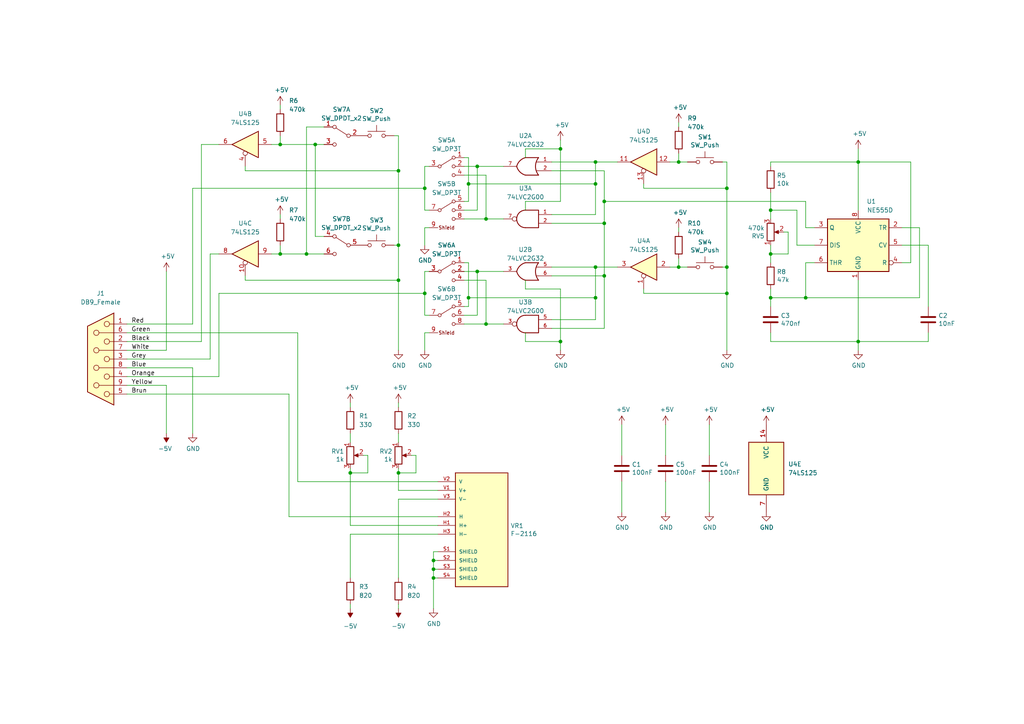
<source format=kicad_sch>
(kicad_sch (version 20211123) (generator eeschema)
  (paper "A4")
  (title_block (title "Vectrex Pad miniNeoGeo") (date "2022-05-11") (rev "1.2") (comment 1 "or send a letter to Creative Commons, PO Box 1866, Mountain View, CA 94042, USA.") (comment 2 "To view a copy of this license, visit http://creativecommons.org/licenses/by-sa/4.0/") (comment 3 "Attribution-ShareAlike 4.0 International License.") (comment 4 "This work is licensed under the Creative Commons"))
  (lib_symbols
    (symbol "74LVC2G32_1" (pin_names (offset 1.016))
      (property "Reference" "U" (at -2.54 3.81 0))
      (property "Value" "74LVC2G32_1" (at 0 -3.81 0))
      (symbol "74LVC2G32_1_0_1"
        (arc (start -3.81 -2.54) (mid -2.919 0) (end -3.81 2.54) (stroke (width 0.254)))
        (arc (start 0 -2.54) (mid 1.5993 -1.6027) (end 2.54 0) (stroke (width 0.254)))
        (polyline (pts (xy -3.81 -1.27) (xy -3.175 -1.27)))
        (polyline (pts (xy -3.81 1.27) (xy -3.175 1.27)))
        (polyline (pts (xy 0 -2.54) (xy -3.81 -2.54)) (stroke (width 0.254)) (fill (type background)))
        (polyline (pts (xy 0 2.54) (xy -3.81 2.54)) (stroke (width 0.254)) (fill (type background)))
        (arc (start 2.54 0) (mid 1.6119 1.6152) (end 0 2.54) (stroke (width 0.254)))
        (pin power_in line (at 0 -2.54 270) (length 0) hide (name "GND") (number "4"))
        (pin power_in line (at 0 2.54 90) (length 0) hide (name "VCC") (number "8"))
      )
      (symbol "74LVC2G32_1_1_1"
        (pin input line (at -7.62 1.27 0) (length 3.81) (name "~") (number "1"))
        (pin input line (at -7.62 -1.27 0) (length 3.81) (name "~") (number "2"))
        (pin output line (at 6.35 0 180) (length 3.81) (name "~") (number "7"))
      )
      (symbol "74LVC2G32_1_2_1"
        (pin output line (at 6.35 0 180) (length 3.81) (name "~") (number "3"))
        (pin input line (at -7.62 1.27 0) (length 3.81) (name "~") (number "5"))
        (pin input line (at -7.62 -1.27 0) (length 3.81) (name "~") (number "6"))
      )
    )
    (symbol "74LVC2G32_2" (pin_names (offset 1.016))
      (property "Reference" "U" (at -2.54 3.81 0))
      (property "Value" "74LVC2G32_2" (at 0 -3.81 0))
      (symbol "74LVC2G32_2_0_1"
        (arc (start -3.81 -2.54) (mid -2.919 0) (end -3.81 2.54) (stroke (width 0.254)))
        (arc (start 0 -2.54) (mid 1.5993 -1.6027) (end 2.54 0) (stroke (width 0.254)))
        (polyline (pts (xy -3.81 -1.27) (xy -3.175 -1.27)))
        (polyline (pts (xy -3.81 1.27) (xy -3.175 1.27)))
        (polyline (pts (xy 0 -2.54) (xy -3.81 -2.54)) (stroke (width 0.254)) (fill (type background)))
        (polyline (pts (xy 0 2.54) (xy -3.81 2.54)) (stroke (width 0.254)) (fill (type background)))
        (arc (start 2.54 0) (mid 1.6119 1.6152) (end 0 2.54) (stroke (width 0.254)))
        (pin power_in line (at 0 -2.54 270) (length 0) hide (name "GND") (number "4"))
        (pin power_in line (at 0 2.54 90) (length 0) hide (name "VCC") (number "8"))
      )
      (symbol "74LVC2G32_2_1_1"
        (pin input line (at -7.62 1.27 0) (length 3.81) (name "~") (number "1"))
        (pin input line (at -7.62 -1.27 0) (length 3.81) (name "~") (number "2"))
        (pin output line (at 6.35 0 180) (length 3.81) (name "~") (number "7"))
      )
      (symbol "74LVC2G32_2_2_1"
        (pin output line (at 6.35 0 180) (length 3.81) (name "~") (number "3"))
        (pin input line (at -7.62 1.27 0) (length 3.81) (name "~") (number "5"))
        (pin input line (at -7.62 -1.27 0) (length 3.81) (name "~") (number "6"))
      )
    )
    (symbol "74xGxx:74LVC2G00" (pin_names (offset 1.016))
      (property "Reference" "U" (at -2.54 3.81 0))
      (property "Value" "74LVC2G00" (at 0 -3.81 0))
      (symbol "74LVC2G00_0_1"
        (arc (start 0 -2.54) (mid 2.54 0) (end 0 2.54) (stroke (width 0.254)))
        (polyline (pts (xy 0 -2.54) (xy -3.81 -2.54) (xy -3.81 2.54) (xy 0 2.54)) (stroke (width 0.254)))
        (pin power_in line (at 0 -2.54 270) (length 0) hide (name "GND") (number "4"))
        (pin power_in line (at 0 2.54 90) (length 0) hide (name "VCC") (number "8"))
      )
      (symbol "74LVC2G00_1_1"
        (pin input line (at -7.62 1.27 0) (length 3.81) (name "~") (number "1"))
        (pin input line (at -7.62 -1.27 0) (length 3.81) (name "~") (number "2"))
        (pin output inverted (at 6.35 0 180) (length 3.81) (name "~") (number "7"))
      )
      (symbol "74LVC2G00_2_1"
        (pin output inverted (at 6.35 0 180) (length 3.81) (name "~") (number "3"))
        (pin input line (at -7.62 1.27 0) (length 3.81) (name "~") (number "5"))
        (pin input line (at -7.62 -1.27 0) (length 3.81) (name "~") (number "6"))
      )
    )
    (symbol "74xx:74LS125" (pin_names (offset 1.016))
      (property "Reference" "U" (at 0 1.27 0))
      (property "Value" "74LS125" (at 0 -1.27 0))
      (symbol "74LS125_1_0"
        (polyline (pts (xy -3.81 3.81) (xy -3.81 -3.81) (xy 3.81 0) (xy -3.81 3.81)) (stroke (width 0.254)) (fill (type background)))
        (pin input inverted (at 0 -6.35 90) (length 4.445) (name "~") (number "1"))
        (pin input line (at -7.62 0 0) (length 3.81) (name "~") (number "2"))
        (pin tri_state line (at 7.62 0 180) (length 3.81) (name "~") (number "3"))
      )
      (symbol "74LS125_2_0"
        (polyline (pts (xy -3.81 3.81) (xy -3.81 -3.81) (xy 3.81 0) (xy -3.81 3.81)) (stroke (width 0.254)) (fill (type background)))
        (pin input inverted (at 0 -6.35 90) (length 4.445) (name "~") (number "4"))
        (pin input line (at -7.62 0 0) (length 3.81) (name "~") (number "5"))
        (pin tri_state line (at 7.62 0 180) (length 3.81) (name "~") (number "6"))
      )
      (symbol "74LS125_3_0"
        (polyline (pts (xy -3.81 3.81) (xy -3.81 -3.81) (xy 3.81 0) (xy -3.81 3.81)) (stroke (width 0.254)) (fill (type background)))
        (pin input inverted (at 0 -6.35 90) (length 4.445) (name "~") (number "10"))
        (pin tri_state line (at 7.62 0 180) (length 3.81) (name "~") (number "8"))
        (pin input line (at -7.62 0 0) (length 3.81) (name "~") (number "9"))
      )
      (symbol "74LS125_4_0"
        (polyline (pts (xy -3.81 3.81) (xy -3.81 -3.81) (xy 3.81 0) (xy -3.81 3.81)) (stroke (width 0.254)) (fill (type background)))
        (pin tri_state line (at 7.62 0 180) (length 3.81) (name "~") (number "11"))
        (pin input line (at -7.62 0 0) (length 3.81) (name "~") (number "12"))
        (pin input inverted (at 0 -6.35 90) (length 4.445) (name "~") (number "13"))
      )
      (symbol "74LS125_5_0"
        (pin power_in line (at 0 12.7 270) (length 5.08) (name "VCC") (number "14"))
        (pin power_in line (at 0 -12.7 90) (length 5.08) (name "GND") (number "7"))
      )
      (symbol "74LS125_5_1"
        (rectangle (start -5.08 7.62) (end 5.08 -7.62) (stroke (width 0.254)) (fill (type background)))
      )
    )
    (symbol "Connector:DB9_Female" (pin_names (offset 1.016) hide)
      (property "Reference" "J" (at 0 13.97 0))
      (property "Value" "DB9_Female" (at 0 -14.605 0))
      (symbol "DB9_Female_0_1"
        (circle (center -1.778 -10.16) (radius 0.762))
        (circle (center -1.778 -5.08) (radius 0.762))
        (circle (center -1.778 0) (radius 0.762))
        (circle (center -1.778 5.08) (radius 0.762))
        (circle (center -1.778 10.16) (radius 0.762))
        (polyline (pts (xy -3.81 -10.16) (xy -2.54 -10.16)))
        (polyline (pts (xy -3.81 -7.62) (xy 0.508 -7.62)))
        (polyline (pts (xy -3.81 -5.08) (xy -2.54 -5.08)))
        (polyline (pts (xy -3.81 -2.54) (xy 0.508 -2.54)))
        (polyline (pts (xy -3.81 0) (xy -2.54 0)))
        (polyline (pts (xy -3.81 2.54) (xy 0.508 2.54)))
        (polyline (pts (xy -3.81 5.08) (xy -2.54 5.08)))
        (polyline (pts (xy -3.81 7.62) (xy 0.508 7.62)))
        (polyline (pts (xy -3.81 10.16) (xy -2.54 10.16)))
        (polyline (pts (xy -3.81 13.335) (xy -3.81 -13.335) (xy 3.81 -9.525) (xy 3.81 9.525) (xy -3.81 13.335)) (stroke (width 0.254)) (fill (type background)))
        (circle (center 1.27 -7.62) (radius 0.762))
        (circle (center 1.27 -2.54) (radius 0.762))
        (circle (center 1.27 2.54) (radius 0.762))
        (circle (center 1.27 7.62) (radius 0.762))
      )
      (symbol "DB9_Female_1_1"
        (pin passive line (at -7.62 10.16 0) (length 3.81) (name "1") (number "1"))
        (pin passive line (at -7.62 5.08 0) (length 3.81) (name "2") (number "2"))
        (pin passive line (at -7.62 0 0) (length 3.81) (name "3") (number "3"))
        (pin passive line (at -7.62 -5.08 0) (length 3.81) (name "4") (number "4"))
        (pin passive line (at -7.62 -10.16 0) (length 3.81) (name "5") (number "5"))
        (pin passive line (at -7.62 7.62 0) (length 3.81) (name "6") (number "6"))
        (pin passive line (at -7.62 2.54 0) (length 3.81) (name "7") (number "7"))
        (pin passive line (at -7.62 -2.54 0) (length 3.81) (name "8") (number "8"))
        (pin passive line (at -7.62 -7.62 0) (length 3.81) (name "9") (number "9"))
      )
    )
    (symbol "Device:C" (pin_numbers hide) (pin_names (offset 0.254))
      (property "Reference" "C" (at 0.635 2.54 0))
      (property "Value" "C" (at 0.635 -2.54 0))
      (symbol "C_0_1"
        (polyline (pts (xy -2.032 -0.762) (xy 2.032 -0.762)) (stroke (width 0.508)))
        (polyline (pts (xy -2.032 0.762) (xy 2.032 0.762)) (stroke (width 0.508)))
      )
      (symbol "C_1_1"
        (pin passive line (at 0 3.81 270) (length 2.794) (name "~") (number "1"))
        (pin passive line (at 0 -3.81 90) (length 2.794) (name "~") (number "2"))
      )
    )
    (symbol "Device:R" (pin_numbers hide) (pin_names (offset 0))
      (property "Reference" "R" (at 2.032 0 90))
      (property "Value" "R" (at 0 0 90))
      (symbol "R_0_1"
        (rectangle (start -1.016 -2.54) (end 1.016 2.54) (stroke (width 0.254)))
      )
      (symbol "R_1_1"
        (pin passive line (at 0 3.81 270) (length 1.27) (name "~") (number "1"))
        (pin passive line (at 0 -3.81 90) (length 1.27) (name "~") (number "2"))
      )
    )
    (symbol "Device:R_POT" (pin_names (offset 1.016) hide)
      (property "Reference" "RV" (at -4.445 0 90))
      (property "Value" "Device_R_POT" (at -2.54 0 90))
      (symbol "R_POT_0_1"
        (polyline (pts (xy 2.54 0) (xy 1.524 0)))
        (polyline (pts (xy 1.143 0) (xy 2.286 0.508) (xy 2.286 -0.508) (xy 1.143 0)) (fill (type outline)))
        (rectangle (start 1.016 2.54) (end -1.016 -2.54) (stroke (width 0.254)))
      )
      (symbol "R_POT_1_1"
        (pin passive line (at 0 3.81 270) (length 1.27) (name "1") (number "1"))
        (pin passive line (at 3.81 0 180) (length 1.27) (name "2") (number "2"))
        (pin passive line (at 0 -3.81 90) (length 1.27) (name "3") (number "3"))
      )
    )
    (symbol "OS203011MS1QP1_1" (pin_names (offset 0) hide)
      (property "Reference" "SW6" (at 0 7.62 0))
      (property "Value" "OS203011MS1QP1_1" (at 0 5.08 0))
      (symbol "OS203011MS1QP1_1_0_1"
        (circle (center -2.032 0) (radius 0.4572))
        (polyline (pts (xy -1.651 0.254) (xy 1.651 2.286)))
        (circle (center 2.032 -2.54) (radius 0.4572))
        (circle (center 2.032 0) (radius 0.4572))
        (circle (center 2.032 2.54) (radius 0.4572))
      )
      (symbol "OS203011MS1QP1_1_1_1"
        (pin passive line (at 5.08 2.54 180) (length 2.54) (name "1") (number "1"))
        (pin passive line (at 5.08 0 180) (length 2.54) (name "2") (number "2"))
        (pin passive line (at -5.08 0 0) (length 2.54) (name "3") (number "3"))
        (pin passive line (at 5.08 -2.54 180) (length 2.54) (name "4") (number "4"))
      )
      (symbol "OS203011MS1QP1_1_2_0"
        (text "Shield" (at 0 -5.08 0) (effects (font (size 1 1))))
      )
      (symbol "OS203011MS1QP1_1_2_1"
        (pin passive line (at 5.08 2.54 180) (length 2.54) (name "5") (number "5"))
        (pin passive line (at 5.08 0 180) (length 2.54) (name "6") (number "6"))
        (pin passive line (at -5.08 0 0) (length 2.54) (name "7") (number "7"))
        (pin passive line (at 5.08 -2.54 180) (length 2.54) (name "8") (number "8"))
        (pin passive line (at -5.08 -5.08 0) (length 2.54) (name "Shield") (number "9"))
      )
    )
    (symbol "OS203011MS1QP1_2" (pin_names (offset 0) hide)
      (property "Reference" "SW6" (at 0 7.62 0))
      (property "Value" "OS203011MS1QP1_2" (at 0 5.08 0))
      (symbol "OS203011MS1QP1_2_0_1"
        (circle (center -2.032 0) (radius 0.4572))
        (polyline (pts (xy -1.651 0.254) (xy 1.651 2.286)))
        (circle (center 2.032 -2.54) (radius 0.4572))
        (circle (center 2.032 0) (radius 0.4572))
        (circle (center 2.032 2.54) (radius 0.4572))
      )
      (symbol "OS203011MS1QP1_2_1_1"
        (pin passive line (at 5.08 2.54 180) (length 2.54) (name "1") (number "1"))
        (pin passive line (at 5.08 0 180) (length 2.54) (name "2") (number "2"))
        (pin passive line (at -5.08 0 0) (length 2.54) (name "3") (number "3"))
        (pin passive line (at 5.08 -2.54 180) (length 2.54) (name "4") (number "4"))
      )
      (symbol "OS203011MS1QP1_2_2_0"
        (text "Shield" (at 0 -5.08 0) (effects (font (size 1 1))))
      )
      (symbol "OS203011MS1QP1_2_2_1"
        (pin passive line (at 5.08 2.54 180) (length 2.54) (name "5") (number "5"))
        (pin passive line (at 5.08 0 180) (length 2.54) (name "6") (number "6"))
        (pin passive line (at -5.08 0 0) (length 2.54) (name "7") (number "7"))
        (pin passive line (at 5.08 -2.54 180) (length 2.54) (name "8") (number "8"))
        (pin passive line (at -5.08 -5.08 0) (length 2.54) (name "Shield") (number "9"))
      )
    )
    (symbol "OS203011MS1QP1_3" (pin_names (offset 0) hide)
      (property "Reference" "SW6" (at 0 7.62 0))
      (property "Value" "OS203011MS1QP1_3" (at 0 5.08 0))
      (symbol "OS203011MS1QP1_3_0_1"
        (circle (center -2.032 0) (radius 0.4572))
        (polyline (pts (xy -1.651 0.254) (xy 1.651 2.286)))
        (circle (center 2.032 -2.54) (radius 0.4572))
        (circle (center 2.032 0) (radius 0.4572))
        (circle (center 2.032 2.54) (radius 0.4572))
      )
      (symbol "OS203011MS1QP1_3_1_1"
        (pin passive line (at 5.08 2.54 180) (length 2.54) (name "1") (number "1"))
        (pin passive line (at 5.08 0 180) (length 2.54) (name "2") (number "2"))
        (pin passive line (at -5.08 0 0) (length 2.54) (name "3") (number "3"))
        (pin passive line (at 5.08 -2.54 180) (length 2.54) (name "4") (number "4"))
      )
      (symbol "OS203011MS1QP1_3_2_0"
        (text "Shield" (at 0 -5.08 0) (effects (font (size 1 1))))
      )
      (symbol "OS203011MS1QP1_3_2_1"
        (pin passive line (at 5.08 2.54 180) (length 2.54) (name "5") (number "5"))
        (pin passive line (at 5.08 0 180) (length 2.54) (name "6") (number "6"))
        (pin passive line (at -5.08 0 0) (length 2.54) (name "7") (number "7"))
        (pin passive line (at 5.08 -2.54 180) (length 2.54) (name "8") (number "8"))
        (pin passive line (at -5.08 -5.08 0) (length 2.54) (name "Shield") (number "9"))
      )
    )
    (symbol "Switch:SW_DPDT_x2" (pin_names (offset 0) hide)
      (property "Reference" "SW" (at 0 4.318 0))
      (property "Value" "SW_DPDT_x2" (at 0 -5.08 0))
      (symbol "SW_DPDT_x2_0_0"
        (circle (center -2.032 0) (radius 0.508))
        (circle (center 2.032 -2.54) (radius 0.508))
      )
      (symbol "SW_DPDT_x2_0_1"
        (polyline (pts (xy -1.524 0.254) (xy 1.651 2.286)))
        (circle (center 2.032 2.54) (radius 0.508))
      )
      (symbol "SW_DPDT_x2_1_1"
        (pin passive line (at 5.08 2.54 180) (length 2.54) (name "A") (number "1"))
        (pin passive line (at -5.08 0 0) (length 2.54) (name "B") (number "2"))
        (pin passive line (at 5.08 -2.54 180) (length 2.54) (name "C") (number "3"))
      )
      (symbol "SW_DPDT_x2_2_1"
        (pin passive line (at 5.08 2.54 180) (length 2.54) (name "A") (number "4"))
        (pin passive line (at -5.08 0 0) (length 2.54) (name "B") (number "5"))
        (pin passive line (at 5.08 -2.54 180) (length 2.54) (name "C") (number "6"))
      )
    )
    (symbol "Switch:SW_Push" (pin_numbers hide) (pin_names (offset 1.016) hide)
      (property "Reference" "SW" (at 1.27 2.54 0))
      (property "Value" "SW_Push" (at 0 -1.524 0))
      (symbol "SW_Push_0_1"
        (circle (center -2.032 0) (radius 0.508))
        (polyline (pts (xy 0 1.27) (xy 0 3.048)))
        (polyline (pts (xy 2.54 1.27) (xy -2.54 1.27)))
        (circle (center 2.032 0) (radius 0.508))
        (pin passive line (at -5.08 0 0) (length 2.54) (name "1") (number "1"))
        (pin passive line (at 5.08 0 180) (length 2.54) (name "2") (number "2"))
      )
    )
    (symbol "Timer:NE555D"
      (property "Reference" "U" (at -10.16 8.89 0))
      (property "Value" "NE555D" (at 2.54 8.89 0))
      (symbol "NE555D_0_0"
        (pin power_in line (at 0 -10.16 90) (length 2.54) (name "GND") (number "1"))
        (pin power_in line (at 0 10.16 270) (length 2.54) (name "VCC") (number "8"))
      )
      (symbol "NE555D_0_1"
        (rectangle (start -8.89 -7.62) (end 8.89 7.62) (stroke (width 0.254)) (fill (type background)))
        (rectangle (start -8.89 -7.62) (end 8.89 7.62) (stroke (width 0.254)) (fill (type background)))
      )
      (symbol "NE555D_1_1"
        (pin input line (at -12.7 5.08 0) (length 3.81) (name "TR") (number "2"))
        (pin output line (at 12.7 5.08 180) (length 3.81) (name "Q") (number "3"))
        (pin input inverted (at -12.7 -5.08 0) (length 3.81) (name "R") (number "4"))
        (pin input line (at -12.7 0 0) (length 3.81) (name "CV") (number "5"))
        (pin input line (at 12.7 -5.08 180) (length 3.81) (name "THR") (number "6"))
        (pin input line (at 12.7 0 180) (length 3.81) (name "DIS") (number "7"))
      )
    )
    (symbol "Vectrex_Pad:F-2116" (pin_names (offset 1.016))
      (property "Reference" "U" (at -7.62 16.002 0))
      (property "Value" "Vectrex_Pad_F-2116" (at -7.62 -20.32 0))
      (symbol "F-2116_0_0"
        (rectangle (start -7.62 -17.78) (end 7.62 15.24) (stroke (width 0.254)) (fill (type background)))
        (pin passive line (at -12.7 0 0) (length 5.08) (name "H+") (number "H1"))
        (pin passive line (at -12.7 2.54 0) (length 5.08) (name "H") (number "H2"))
        (pin passive line (at -12.7 -2.54 0) (length 5.08) (name "H-") (number "H3"))
        (pin passive line (at -12.7 -7.62 0) (length 5.08) (name "SHIELD") (number "S1"))
        (pin passive line (at -12.7 -10.16 0) (length 5.08) (name "SHIELD") (number "S2"))
        (pin passive line (at -12.7 -12.7 0) (length 5.08) (name "SHIELD") (number "S3"))
        (pin passive line (at -12.7 -15.24 0) (length 5.08) (name "SHIELD") (number "S4"))
        (pin passive line (at -12.7 10.16 0) (length 5.08) (name "V+") (number "V1"))
        (pin passive line (at -12.7 12.7 0) (length 5.08) (name "V") (number "V2"))
        (pin passive line (at -12.7 7.62 0) (length 5.08) (name "V-") (number "V3"))
      )
    )
    (symbol "Vextrec miniNeoGeo:OS203011MS1QP1" (pin_names (offset 0) hide)
      (property "Reference" "SW6" (at 0 7.62 0))
      (property "Value" "OS203011MS1QP1" (at 0 5.08 0))
      (symbol "OS203011MS1QP1_0_1"
        (circle (center -2.032 0) (radius 0.4572))
        (polyline (pts (xy -1.651 0.254) (xy 1.651 2.286)))
        (circle (center 2.032 -2.54) (radius 0.4572))
        (circle (center 2.032 0) (radius 0.4572))
        (circle (center 2.032 2.54) (radius 0.4572))
      )
      (symbol "OS203011MS1QP1_1_1"
        (pin passive line (at 5.08 2.54 180) (length 2.54) (name "1") (number "1"))
        (pin passive line (at 5.08 0 180) (length 2.54) (name "2") (number "2"))
        (pin passive line (at -5.08 0 0) (length 2.54) (name "3") (number "3"))
        (pin passive line (at 5.08 -2.54 180) (length 2.54) (name "4") (number "4"))
      )
      (symbol "OS203011MS1QP1_2_0"
        (text "Shield" (at 0 -5.08 0) (effects (font (size 1 1))))
      )
      (symbol "OS203011MS1QP1_2_1"
        (pin passive line (at 5.08 2.54 180) (length 2.54) (name "5") (number "5"))
        (pin passive line (at 5.08 0 180) (length 2.54) (name "6") (number "6"))
        (pin passive line (at -5.08 0 0) (length 2.54) (name "7") (number "7"))
        (pin passive line (at 5.08 -2.54 180) (length 2.54) (name "8") (number "8"))
        (pin passive line (at -5.08 -5.08 0) (length 2.54) (name "Shield") (number "9"))
      )
    )
    (symbol "power:+5V" (power) (pin_names (offset 0))
      (property "Value" "+5V" (at 0 3.556 0))
      (symbol "+5V_0_1"
        (polyline (pts (xy -0.762 1.27) (xy 0 2.54)))
        (polyline (pts (xy 0 0) (xy 0 2.54)))
        (polyline (pts (xy 0 2.54) (xy 0.762 1.27)))
      )
      (symbol "+5V_1_1"
        (pin power_in line (at 0 0 90) (length 0) hide (name "+5V") (number "1"))
      )
    )
    (symbol "power:-5V" (power) (pin_names (offset 0))
      (property "Value" "-5V" (at 0 3.81 0))
      (symbol "-5V_0_0"
        (pin power_in line (at 0 0 90) (length 0) hide (name "-5V") (number "1"))
      )
      (symbol "-5V_0_1"
        (polyline (pts (xy 0 0) (xy 0 1.27) (xy 0.762 1.27) (xy 0 2.54) (xy -0.762 1.27) (xy 0 1.27)) (fill (type outline)))
      )
    )
    (symbol "power:GND" (power) (pin_names (offset 0))
      (property "Value" "GND" (at 0 -3.81 0))
      (symbol "GND_0_1"
        (polyline (pts (xy 0 0) (xy 0 -1.27) (xy 1.27 -1.27) (xy 0 -2.54) (xy -1.27 -1.27) (xy 0 -1.27)))
      )
      (symbol "GND_1_1"
        (pin power_in line (at 0 0 270) (length 0) hide (name "GND") (number "1"))
      )
    )
  )
  (junction (at 125.73 167.64))
  (junction (at 115.57 137.16))
  (junction (at 175.26 64.77))
  (junction (at 162.56 43.18))
  (junction (at 115.57 71.12))
  (junction (at 210.82 77.47))
  (junction (at 88.9 73.66))
  (junction (at 138.43 48.26))
  (junction (at 172.72 86.36))
  (junction (at 125.73 165.1))
  (junction (at 123.19 85.09))
  (junction (at 135.89 53.34))
  (junction (at 135.89 86.36))
  (junction (at 125.73 162.56))
  (junction (at 172.72 77.47))
  (junction (at 81.28 41.91))
  (junction (at 140.97 93.98))
  (junction (at 223.52 60.96))
  (junction (at 172.72 53.34))
  (junction (at 196.85 77.47))
  (junction (at 115.57 81.28))
  (junction (at 162.56 99.06))
  (junction (at 248.92 99.06))
  (junction (at 210.82 85.09))
  (junction (at 175.26 80.01))
  (junction (at 140.97 63.5))
  (junction (at 115.57 49.53))
  (junction (at 175.26 58.42))
  (junction (at 123.19 54.61))
  (junction (at 233.68 86.36))
  (junction (at 210.82 54.61))
  (junction (at 138.43 78.74))
  (junction (at 101.6 137.16))
  (junction (at 196.85 46.99))
  (junction (at 91.44 41.91))
  (junction (at 223.52 86.36))
  (junction (at 223.52 73.66))
  (junction (at 172.72 46.99))
  (junction (at 248.92 46.99))
  (junction (at 81.28 73.66))
  (wire (pts (xy 193.04 123.19) (xy 193.04 132.08)))
  (wire (pts (xy 134.62 76.2) (xy 135.89 76.2)))
  (wire (pts (xy 196.85 77.47) (xy 199.39 77.47)))
  (wire (pts (xy 140.97 93.98) (xy 146.05 93.98)))
  (wire (pts (xy 175.26 80.01) (xy 175.26 95.25)))
  (wire (pts (xy 248.92 99.06) (xy 248.92 101.6)))
  (wire (pts (xy 60.96 104.14) (xy 36.83 104.14)))
  (wire (pts (xy 152.4 45.72) (xy 152.4 43.18)))
  (wire (pts (xy 162.56 43.18) (xy 162.56 58.42)))
  (wire (pts (xy 58.42 41.91) (xy 63.5 41.91)))
  (wire (pts (xy 223.52 86.36) (xy 233.68 86.36)))
  (wire (pts (xy 196.85 74.93) (xy 196.85 77.47)))
  (wire (pts (xy 194.31 77.47) (xy 196.85 77.47)))
  (wire (pts (xy 101.6 135.89) (xy 101.6 137.16)))
  (wire (pts (xy 140.97 50.8) (xy 140.97 63.5)))
  (wire (pts (xy 134.62 48.26) (xy 138.43 48.26)))
  (wire (pts (xy 269.24 71.12) (xy 269.24 88.9)))
  (wire (pts (xy 71.12 48.26) (xy 71.12 49.53)))
  (wire (pts (xy 81.28 62.23) (xy 81.28 63.5)))
  (wire (pts (xy 135.89 53.34) (xy 172.72 53.34)))
  (wire (pts (xy 106.68 137.16) (xy 101.6 137.16)))
  (wire (pts (xy 160.02 46.99) (xy 172.72 46.99)))
  (wire (pts (xy 81.28 30.48) (xy 81.28 31.75)))
  (wire (pts (xy 261.62 71.12) (xy 269.24 71.12)))
  (wire (pts (xy 115.57 81.28) (xy 115.57 101.6)))
  (wire (pts (xy 233.68 58.42) (xy 233.68 66.04)))
  (wire (pts (xy 91.44 41.91) (xy 93.98 41.91)))
  (wire (pts (xy 63.5 109.22) (xy 63.5 85.09)))
  (wire (pts (xy 193.04 139.7) (xy 193.04 148.59)))
  (wire (pts (xy 119.38 132.08) (xy 120.65 132.08)))
  (wire (pts (xy 160.02 62.23) (xy 172.72 62.23)))
  (wire (pts (xy 83.82 114.3) (xy 83.82 149.86)))
  (wire (pts (xy 127 162.56) (xy 125.73 162.56)))
  (wire (pts (xy 223.52 46.99) (xy 223.52 48.26)))
  (wire (pts (xy 105.41 132.08) (xy 106.68 132.08)))
  (wire (pts (xy 152.4 58.42) (xy 152.4 60.96)))
  (wire (pts (xy 261.62 76.2) (xy 264.16 76.2)))
  (wire (pts (xy 101.6 152.4) (xy 127 152.4)))
  (wire (pts (xy 152.4 99.06) (xy 162.56 99.06)))
  (wire (pts (xy 186.69 53.34) (xy 186.69 54.61)))
  (wire (pts (xy 127 160.02) (xy 125.73 160.02)))
  (wire (pts (xy 101.6 137.16) (xy 101.6 152.4)))
  (wire (pts (xy 162.56 99.06) (xy 162.56 101.6)))
  (wire (pts (xy 269.24 96.52) (xy 269.24 99.06)))
  (wire (pts (xy 196.85 66.04) (xy 196.85 67.31)))
  (wire (pts (xy 120.65 132.08) (xy 120.65 137.16)))
  (wire (pts (xy 125.73 165.1) (xy 125.73 167.64)))
  (wire (pts (xy 223.52 55.88) (xy 223.52 60.96)))
  (wire (pts (xy 180.34 123.19) (xy 180.34 132.08)))
  (wire (pts (xy 101.6 125.73) (xy 101.6 128.27)))
  (wire (pts (xy 115.57 137.16) (xy 115.57 142.24)))
  (wire (pts (xy 162.56 40.64) (xy 162.56 43.18)))
  (wire (pts (xy 78.74 41.91) (xy 81.28 41.91)))
  (wire (pts (xy 81.28 39.37) (xy 81.28 41.91)))
  (wire (pts (xy 140.97 63.5) (xy 134.62 63.5)))
  (wire (pts (xy 93.98 36.83) (xy 88.9 36.83)))
  (wire (pts (xy 135.89 45.72) (xy 135.89 53.34)))
  (wire (pts (xy 134.62 45.72) (xy 135.89 45.72)))
  (wire (pts (xy 114.3 71.12) (xy 115.57 71.12)))
  (wire (pts (xy 135.89 76.2) (xy 135.89 86.36)))
  (wire (pts (xy 115.57 116.84) (xy 115.57 118.11)))
  (wire (pts (xy 71.12 81.28) (xy 115.57 81.28)))
  (wire (pts (xy 175.26 58.42) (xy 175.26 64.77)))
  (wire (pts (xy 264.16 76.2) (xy 264.16 46.99)))
  (wire (pts (xy 88.9 36.83) (xy 88.9 73.66)))
  (wire (pts (xy 152.4 43.18) (xy 162.56 43.18)))
  (wire (pts (xy 127 139.7) (xy 86.36 139.7)))
  (wire (pts (xy 186.69 83.82) (xy 186.69 85.09)))
  (wire (pts (xy 231.14 71.12) (xy 231.14 60.96)))
  (wire (pts (xy 135.89 88.9) (xy 134.62 88.9)))
  (wire (pts (xy 48.26 111.76) (xy 48.26 125.73)))
  (wire (pts (xy 196.85 44.45) (xy 196.85 46.99)))
  (wire (pts (xy 134.62 78.74) (xy 138.43 78.74)))
  (wire (pts (xy 81.28 71.12) (xy 81.28 73.66)))
  (wire (pts (xy 138.43 48.26) (xy 138.43 60.96)))
  (wire (pts (xy 114.3 39.37) (xy 115.57 39.37)))
  (wire (pts (xy 205.74 139.7) (xy 205.74 148.59)))
  (wire (pts (xy 101.6 154.94) (xy 101.6 167.64)))
  (wire (pts (xy 160.02 64.77) (xy 175.26 64.77)))
  (wire (pts (xy 186.69 54.61) (xy 210.82 54.61)))
  (wire (pts (xy 36.83 106.68) (xy 55.88 106.68)))
  (wire (pts (xy 138.43 60.96) (xy 134.62 60.96)))
  (wire (pts (xy 135.89 53.34) (xy 135.89 58.42)))
  (wire (pts (xy 55.88 93.98) (xy 55.88 54.61)))
  (wire (pts (xy 123.19 60.96) (xy 124.46 60.96)))
  (wire (pts (xy 248.92 46.99) (xy 223.52 46.99)))
  (wire (pts (xy 127 165.1) (xy 125.73 165.1)))
  (wire (pts (xy 196.85 46.99) (xy 199.39 46.99)))
  (wire (pts (xy 228.6 73.66) (xy 223.52 73.66)))
  (wire (pts (xy 233.68 86.36) (xy 266.7 86.36)))
  (wire (pts (xy 125.73 162.56) (xy 125.73 165.1)))
  (wire (pts (xy 55.88 54.61) (xy 123.19 54.61)))
  (wire (pts (xy 210.82 46.99) (xy 210.82 54.61)))
  (wire (pts (xy 223.52 60.96) (xy 223.52 63.5)))
  (wire (pts (xy 231.14 60.96) (xy 223.52 60.96)))
  (wire (pts (xy 223.52 73.66) (xy 223.52 76.2)))
  (wire (pts (xy 209.55 46.99) (xy 210.82 46.99)))
  (wire (pts (xy 172.72 77.47) (xy 179.07 77.47)))
  (wire (pts (xy 127 149.86) (xy 83.82 149.86)))
  (wire (pts (xy 172.72 53.34) (xy 172.72 62.23)))
  (wire (pts (xy 135.89 86.36) (xy 172.72 86.36)))
  (wire (pts (xy 227.33 67.31) (xy 228.6 67.31)))
  (wire (pts (xy 55.88 106.68) (xy 55.88 125.73)))
  (wire (pts (xy 36.83 101.6) (xy 48.26 101.6)))
  (wire (pts (xy 138.43 91.44) (xy 134.62 91.44)))
  (wire (pts (xy 101.6 175.26) (xy 101.6 176.53)))
  (wire (pts (xy 115.57 71.12) (xy 115.57 81.28)))
  (wire (pts (xy 93.98 68.58) (xy 91.44 68.58)))
  (wire (pts (xy 134.62 50.8) (xy 140.97 50.8)))
  (wire (pts (xy 123.19 85.09) (xy 123.19 91.44)))
  (wire (pts (xy 115.57 39.37) (xy 115.57 49.53)))
  (wire (pts (xy 160.02 49.53) (xy 175.26 49.53)))
  (wire (pts (xy 123.19 91.44) (xy 124.46 91.44)))
  (wire (pts (xy 124.46 66.04) (xy 123.19 66.04)))
  (wire (pts (xy 248.92 81.28) (xy 248.92 99.06)))
  (wire (pts (xy 138.43 78.74) (xy 138.43 91.44)))
  (wire (pts (xy 228.6 67.31) (xy 228.6 73.66)))
  (wire (pts (xy 106.68 132.08) (xy 106.68 137.16)))
  (wire (pts (xy 138.43 48.26) (xy 146.05 48.26)))
  (wire (pts (xy 134.62 81.28) (xy 140.97 81.28)))
  (wire (pts (xy 248.92 46.99) (xy 248.92 43.18)))
  (wire (pts (xy 269.24 99.06) (xy 248.92 99.06)))
  (wire (pts (xy 123.19 48.26) (xy 123.19 54.61)))
  (wire (pts (xy 125.73 160.02) (xy 125.73 162.56)))
  (wire (pts (xy 175.26 58.42) (xy 233.68 58.42)))
  (wire (pts (xy 115.57 49.53) (xy 115.57 71.12)))
  (wire (pts (xy 71.12 49.53) (xy 115.57 49.53)))
  (wire (pts (xy 135.89 58.42) (xy 134.62 58.42)))
  (wire (pts (xy 160.02 77.47) (xy 172.72 77.47)))
  (wire (pts (xy 196.85 35.56) (xy 196.85 36.83)))
  (wire (pts (xy 205.74 123.19) (xy 205.74 132.08)))
  (wire (pts (xy 36.83 93.98) (xy 55.88 93.98)))
  (wire (pts (xy 264.16 46.99) (xy 248.92 46.99)))
  (wire (pts (xy 71.12 80.01) (xy 71.12 81.28)))
  (wire (pts (xy 124.46 96.52) (xy 123.19 96.52)))
  (wire (pts (xy 58.42 99.06) (xy 58.42 41.91)))
  (wire (pts (xy 223.52 96.52) (xy 223.52 99.06)))
  (wire (pts (xy 160.02 95.25) (xy 175.26 95.25)))
  (wire (pts (xy 172.72 86.36) (xy 172.72 92.71)))
  (wire (pts (xy 78.74 73.66) (xy 81.28 73.66)))
  (wire (pts (xy 266.7 66.04) (xy 261.62 66.04)))
  (wire (pts (xy 123.19 96.52) (xy 123.19 101.6)))
  (wire (pts (xy 223.52 83.82) (xy 223.52 86.36)))
  (wire (pts (xy 124.46 78.74) (xy 123.19 78.74)))
  (wire (pts (xy 223.52 99.06) (xy 248.92 99.06)))
  (wire (pts (xy 233.68 76.2) (xy 233.68 86.36)))
  (wire (pts (xy 209.55 77.47) (xy 210.82 77.47)))
  (wire (pts (xy 233.68 66.04) (xy 236.22 66.04)))
  (wire (pts (xy 248.92 46.99) (xy 248.92 60.96)))
  (wire (pts (xy 36.83 96.52) (xy 86.36 96.52)))
  (wire (pts (xy 60.96 73.66) (xy 60.96 104.14)))
  (wire (pts (xy 162.56 58.42) (xy 152.4 58.42)))
  (wire (pts (xy 223.52 88.9) (xy 223.52 86.36)))
  (wire (pts (xy 186.69 85.09) (xy 210.82 85.09)))
  (wire (pts (xy 88.9 73.66) (xy 93.98 73.66)))
  (wire (pts (xy 236.22 71.12) (xy 231.14 71.12)))
  (wire (pts (xy 120.65 137.16) (xy 115.57 137.16)))
  (wire (pts (xy 86.36 96.52) (xy 86.36 139.7)))
  (wire (pts (xy 135.89 86.36) (xy 135.89 88.9)))
  (wire (pts (xy 210.82 77.47) (xy 210.82 85.09)))
  (wire (pts (xy 127 167.64) (xy 125.73 167.64)))
  (wire (pts (xy 115.57 144.78) (xy 127 144.78)))
  (wire (pts (xy 125.73 167.64) (xy 125.73 176.53)))
  (wire (pts (xy 124.46 48.26) (xy 123.19 48.26)))
  (wire (pts (xy 223.52 71.12) (xy 223.52 73.66)))
  (wire (pts (xy 152.4 96.52) (xy 152.4 99.06)))
  (wire (pts (xy 138.43 78.74) (xy 146.05 78.74)))
  (wire (pts (xy 36.83 111.76) (xy 48.26 111.76)))
  (wire (pts (xy 152.4 83.82) (xy 162.56 83.82)))
  (wire (pts (xy 36.83 99.06) (xy 58.42 99.06)))
  (wire (pts (xy 123.19 54.61) (xy 123.19 60.96)))
  (wire (pts (xy 172.72 46.99) (xy 172.72 53.34)))
  (wire (pts (xy 172.72 77.47) (xy 172.72 86.36)))
  (wire (pts (xy 115.57 142.24) (xy 127 142.24)))
  (wire (pts (xy 175.26 64.77) (xy 175.26 80.01)))
  (wire (pts (xy 60.96 73.66) (xy 63.5 73.66)))
  (wire (pts (xy 140.97 63.5) (xy 146.05 63.5)))
  (wire (pts (xy 115.57 135.89) (xy 115.57 137.16)))
  (wire (pts (xy 127 154.94) (xy 101.6 154.94)))
  (wire (pts (xy 81.28 73.66) (xy 88.9 73.66)))
  (wire (pts (xy 175.26 49.53) (xy 175.26 58.42)))
  (wire (pts (xy 236.22 76.2) (xy 233.68 76.2)))
  (wire (pts (xy 140.97 81.28) (xy 140.97 93.98)))
  (wire (pts (xy 123.19 66.04) (xy 123.19 71.12)))
  (wire (pts (xy 115.57 175.26) (xy 115.57 176.53)))
  (wire (pts (xy 162.56 83.82) (xy 162.56 99.06)))
  (wire (pts (xy 123.19 78.74) (xy 123.19 85.09)))
  (wire (pts (xy 172.72 46.99) (xy 179.07 46.99)))
  (wire (pts (xy 152.4 81.28) (xy 152.4 83.82)))
  (wire (pts (xy 160.02 92.71) (xy 172.72 92.71)))
  (wire (pts (xy 48.26 101.6) (xy 48.26 78.74)))
  (wire (pts (xy 160.02 80.01) (xy 175.26 80.01)))
  (wire (pts (xy 194.31 46.99) (xy 196.85 46.99)))
  (wire (pts (xy 210.82 85.09) (xy 210.82 101.6)))
  (wire (pts (xy 115.57 144.78) (xy 115.57 167.64)))
  (wire (pts (xy 101.6 116.84) (xy 101.6 118.11)))
  (wire (pts (xy 36.83 109.22) (xy 63.5 109.22)))
  (wire (pts (xy 180.34 139.7) (xy 180.34 148.59)))
  (wire (pts (xy 91.44 68.58) (xy 91.44 41.91)))
  (wire (pts (xy 210.82 54.61) (xy 210.82 77.47)))
  (wire (pts (xy 266.7 86.36) (xy 266.7 66.04)))
  (wire (pts (xy 63.5 85.09) (xy 123.19 85.09)))
  (wire (pts (xy 115.57 125.73) (xy 115.57 128.27)))
  (wire (pts (xy 140.97 93.98) (xy 134.62 93.98)))
  (wire (pts (xy 36.83 114.3) (xy 83.82 114.3)))
  (wire (pts (xy 81.28 41.91) (xy 91.44 41.91)))
  (label "Orange" (at 38.1 109.22 0))
  (label "Brun" (at 38.1 114.3 0))
  (label "Red" (at 38.1 93.98 0))
  (label "Grey" (at 38.1 104.14 0))
  (label "White" (at 38.1 101.6 0))
  (label "Green" (at 38.1 96.52 0))
  (label "Black" (at 38.1 99.06 0))
  (label "Yellow" (at 38.1 111.76 0))
  (label "Blue" (at 38.1 106.68 0))
  (symbol (lib_id "Vectrex_Pad:F-2116") (at 139.7 152.4 0) (unit 1)
    (property "Reference" "VR1" (at 148.082 152.5016 0) (effects (justify left)))
    (property "Value" "F-2116" (at 148.082 154.813 0) (effects (justify left)))
    (property "Footprint" "Vectrex Pad miniNeoGeo:F-2116" (effects hide))
    (property "MANUFACTURER" "F" (effects hide))
    (property "PARTREV" "N/A" (effects hide))
    (property "MAXIMUM_PACKAGE_HEIGHT" "19mm" (effects hide))
    (property "STANDARD" "Manufacturer Recommendations" (effects hide))
  )
  (symbol (lib_id "power:GND") (at 125.73 176.53 0) (unit 1)
    (property "Reference" "#PWR0101" (effects hide))
    (property "Value" "GND" (at 125.857 180.9242 0))
  )
  (symbol (lib_id "Switch:SW_Push") (at 109.22 71.12 0) (unit 1)
    (property "Reference" "SW3" (at 109.22 63.881 0))
    (property "Value" "SW_Push" (at 109.22 66.1924 0))
    (property "Footprint" "Vectrex Pad miniNeoGeo:Silicon Button 5mm Medium" (effects hide))
  )
  (symbol (lib_id "Switch:SW_Push") (at 109.22 39.37 0) (unit 1)
    (property "Reference" "SW2" (at 109.22 32.131 0))
    (property "Value" "SW_Push" (at 109.22 34.4424 0))
    (property "Footprint" "Vectrex Pad miniNeoGeo:Silicon Button 5mm Medium" (effects hide))
  )
  (symbol (lib_id "Device:R_POT") (at 101.6 132.08 0) (unit 1)
    (property "Reference" "RV1" (at 99.8474 130.9116 0) (effects (justify right)))
    (property "Value" "1k" (at 99.8474 133.223 0) (effects (justify right)))
    (property "Footprint" "Potentiometer_THT:Potentiometer_ACP_CA9-V10_Vertical_Hole" (effects hide))
  )
  (symbol (lib_id "Device:R_POT") (at 115.57 132.08 0) (unit 1)
    (property "Reference" "RV2" (at 113.8174 130.9116 0) (effects (justify right)))
    (property "Value" "1k" (at 113.8174 133.223 0) (effects (justify right)))
    (property "Footprint" "Potentiometer_THT:Potentiometer_ACP_CA9-V10_Vertical_Hole" (effects hide))
  )
  (symbol (lib_id "Timer:NE555D") (at 248.92 71.12 0) (mirror y) (unit 1)
    (property "Reference" "U1" (at 252.73 58.42 0))
    (property "Value" "NE555D" (at 255.27 60.96 0))
    (property "Footprint" "Package_SO:TSSOP-8_4.4x3mm_P0.65mm" (effects hide))
    (property "Datasheet" "http://www.ti.com/lit/ds/symlink/ne555.pdf" (effects hide))
  )
  (symbol (lib_id "Device:R_POT") (at 223.52 67.31 0) (mirror x) (unit 1)
    (property "Reference" "RV5" (at 221.7674 68.4784 0) (effects (justify right)))
    (property "Value" "470k" (at 221.7674 66.167 0) (effects (justify right)))
    (property "Footprint" "Potentiometer_THT:Potentiometer_ACP_CA9-V10_Vertical_Hole" (effects hide))
  )
  (symbol (lib_id "Device:C") (at 223.52 92.71 0) (unit 1)
    (property "Reference" "C3" (at 226.441 91.5416 0) (effects (justify left)))
    (property "Value" "470nf" (at 226.441 93.853 0) (effects (justify left)))
    (property "Footprint" "Capacitor_SMD:C_0805_2012Metric" (effects hide))
  )
  (symbol (lib_id "power:GND") (at 115.57 101.6 0) (unit 1)
    (property "Reference" "#PWR0105" (effects hide))
    (property "Value" "GND" (at 115.697 105.9942 0))
  )
  (symbol (lib_id "power:GND") (at 55.88 125.73 0) (unit 1)
    (property "Reference" "#PWR0102" (effects hide))
    (property "Value" "GND" (at 56.007 130.1242 0))
  )
  (symbol (lib_id "power:-5V") (at 48.26 125.73 180) (unit 1)
    (property "Reference" "#PWR0103" (effects hide))
    (property "Value" "-5V" (at 47.879 130.1242 0))
  )
  (symbol (lib_id "power:+5V") (at 48.26 78.74 0) (unit 1)
    (property "Reference" "#PWR0104" (effects hide))
    (property "Value" "+5V" (at 48.641 74.3458 0))
  )
  (symbol (lib_id "power:+5V") (at 101.6 116.84 0) (unit 1)
    (property "Reference" "#PWR0106" (effects hide))
    (property "Value" "+5V" (at 101.981 112.4458 0))
  )
  (symbol (lib_id "power:+5V") (at 115.57 116.84 0) (unit 1)
    (property "Reference" "#PWR0107" (effects hide))
    (property "Value" "+5V" (at 115.951 112.4458 0))
  )
  (symbol (lib_id "power:+5V") (at 248.92 43.18 0) (unit 1)
    (property "Reference" "#PWR0110" (effects hide))
    (property "Value" "+5V" (at 249.301 38.7858 0))
  )
  (symbol (lib_id "power:GND") (at 248.92 101.6 0) (unit 1)
    (property "Reference" "#PWR0111" (effects hide))
    (property "Value" "GND" (at 249.047 105.9942 0))
  )
  (symbol (lib_id "Device:C") (at 269.24 92.71 0) (unit 1)
    (property "Reference" "C2" (at 272.161 91.5416 0) (effects (justify left)))
    (property "Value" "10nF" (at 272.161 93.853 0) (effects (justify left)))
    (property "Footprint" "Capacitor_SMD:C_0805_2012Metric" (effects hide))
  )
  (symbol (lib_id "Switch:SW_Push") (at 204.47 77.47 0) (unit 1)
    (property "Reference" "SW4" (at 204.47 70.231 0))
    (property "Value" "SW_Push" (at 204.47 72.5424 0))
    (property "Footprint" "Vectrex Pad miniNeoGeo:Silicon Button 5mm Medium" (effects hide))
  )
  (symbol (lib_name "74LVC2G32_1") (lib_id "74xGxx:74LVC2G32") (at 152.4 48.26 0) (mirror y) (unit 1)
    (property "Reference" "U2" (at 152.4 39.37 0))
    (property "Value" "74LVC2G32" (at 152.4 41.91 0))
    (property "Footprint" "Vectrex Pad miniNeoGeo:SSOP-8_2.95x2.8mm_P0.65mm" (effects hide))
    (property "Datasheet" "http://www.ti.com/lit/sg/scyt129e/scyt129e.pdf" (effects hide))
  )
  (symbol (lib_id "power:+5V") (at 196.85 66.04 0) (unit 1)
    (property "Reference" "#PWR0123" (effects hide))
    (property "Value" "+5V" (at 197.231 61.6458 0))
  )
  (symbol (lib_id "74xx:74LS125") (at 222.25 135.89 0) (unit 5)
    (property "Reference" "U4" (at 228.6 134.6199 0) (effects (justify left)))
    (property "Value" "74LS125" (at 228.6 137.1599 0) (effects (justify left)))
    (property "Footprint" "Package_SO:TSSOP-14_4.4x5mm_P0.65mm" (effects hide))
    (property "Datasheet" "http://www.ti.com/lit/gpn/sn74LS125" (effects hide))
  )
  (symbol (lib_id "74xx:74LS125") (at 186.69 46.99 0) (mirror y) (unit 4)
    (property "Reference" "U4" (at 186.69 38.1 0))
    (property "Value" "74LS125" (at 186.69 40.64 0))
    (property "Footprint" "Package_SO:TSSOP-14_4.4x5mm_P0.65mm" (effects hide))
    (property "Datasheet" "http://www.ti.com/lit/gpn/sn74LS125" (effects hide))
  )
  (symbol (lib_id "Device:C") (at 193.04 135.89 0) (unit 1)
    (property "Reference" "C5" (at 195.961 134.7216 0) (effects (justify left)))
    (property "Value" "100nF" (at 195.961 137.033 0) (effects (justify left)))
    (property "Footprint" "Capacitor_SMD:C_0805_2012Metric" (effects hide))
  )
  (symbol (lib_id "Device:R") (at 81.28 35.56 0) (unit 1)
    (property "Reference" "R6" (at 83.82 29.21 0) (effects (justify left)))
    (property "Value" "470k" (at 83.82 31.75 0) (effects (justify left)))
    (property "Footprint" "Resistor_SMD:R_0805_2012Metric" (effects hide))
  )
  (symbol (lib_id "power:GND") (at 123.19 101.6 0) (unit 1)
    (property "Reference" "#PWR0116" (effects hide))
    (property "Value" "GND" (at 123.317 105.9942 0))
  )
  (symbol (lib_name "OS203011MS1QP1_2") (lib_id "Vextrec miniNeoGeo:OS203011MS1QP1") (at 129.54 91.44 0) (unit 2)
    (property "Reference" "SW6" (at 129.54 83.82 0))
    (property "Value" "SW_DP3T" (at 129.54 86.36 0))
    (property "Footprint" "Vectrex Pad miniNeoGeo:OS203011MS1QP1" (effects hide))
  )
  (symbol (lib_id "Switch:SW_DPDT_x2") (at 99.06 39.37 0) (mirror y) (unit 1)
    (property "Reference" "SW7" (at 99.06 31.75 0))
    (property "Value" "SW_DPDT_x2" (at 99.06 34.29 0))
    (property "Footprint" "Vectrex Pad miniNeoGeo:SW_DPDT_K3-2245S-K1" (effects hide))
  )
  (symbol (lib_id "Device:R") (at 196.85 71.12 0) (unit 1)
    (property "Reference" "R10" (at 199.39 64.77 0) (effects (justify left)))
    (property "Value" "470k" (at 199.39 67.31 0) (effects (justify left)))
    (property "Footprint" "Resistor_SMD:R_0805_2012Metric" (effects hide))
  )
  (symbol (lib_id "power:+5V") (at 81.28 62.23 0) (unit 1)
    (property "Reference" "#PWR0118" (effects hide))
    (property "Value" "+5V" (at 81.661 57.8358 0))
  )
  (symbol (lib_id "power:-5V") (at 101.6 176.53 180) (unit 1)
    (property "Reference" "#PWR0109" (effects hide))
    (property "Value" "-5V" (at 101.6 181.61 0))
  )
  (symbol (lib_id "power:-5V") (at 115.57 176.53 180) (unit 1)
    (property "Reference" "#PWR0108" (effects hide))
    (property "Value" "-5V" (at 115.57 181.61 0))
  )
  (symbol (lib_id "power:+5V") (at 196.85 35.56 0) (unit 1)
    (property "Reference" "#PWR0124" (effects hide))
    (property "Value" "+5V" (at 197.231 31.1658 0))
  )
  (symbol (lib_id "power:+5V") (at 193.04 123.19 0) (unit 1)
    (property "Reference" "#PWR0121" (effects hide))
    (property "Value" "+5V" (at 193.421 118.7958 0))
  )
  (symbol (lib_id "Device:C") (at 205.74 135.89 0) (unit 1)
    (property "Reference" "C4" (at 208.661 134.7216 0) (effects (justify left)))
    (property "Value" "100nF" (at 208.661 137.033 0) (effects (justify left)))
    (property "Footprint" "Capacitor_SMD:C_0805_2012Metric" (effects hide))
  )
  (symbol (lib_id "Device:R") (at 101.6 121.92 0) (unit 1)
    (property "Reference" "R1" (at 104.14 120.6499 0) (effects (justify left)))
    (property "Value" "330" (at 104.14 123.1899 0) (effects (justify left)))
    (property "Footprint" "Resistor_SMD:R_0805_2012Metric" (effects hide))
  )
  (symbol (lib_id "Device:R") (at 81.28 67.31 0) (unit 1)
    (property "Reference" "R7" (at 83.82 60.96 0) (effects (justify left)))
    (property "Value" "470k" (at 83.82 63.5 0) (effects (justify left)))
    (property "Footprint" "Resistor_SMD:R_0805_2012Metric" (effects hide))
  )
  (symbol (lib_id "power:GND") (at 180.34 148.59 0) (unit 1)
    (property "Reference" "#PWR0125" (effects hide))
    (property "Value" "GND" (at 180.467 152.9842 0))
  )
  (symbol (lib_name "OS203011MS1QP1_3") (lib_id "Vextrec miniNeoGeo:OS203011MS1QP1") (at 129.54 60.96 0) (unit 2)
    (property "Reference" "SW5" (at 129.54 53.34 0))
    (property "Value" "SW_DP3T" (at 129.54 55.88 0))
    (property "Footprint" "Vectrex Pad miniNeoGeo:OS203011MS1QP1" (effects hide))
  )
  (symbol (lib_id "Device:R") (at 196.85 40.64 0) (unit 1)
    (property "Reference" "R9" (at 199.39 34.29 0) (effects (justify left)))
    (property "Value" "470k" (at 199.39 36.83 0) (effects (justify left)))
    (property "Footprint" "Resistor_SMD:R_0805_2012Metric" (effects hide))
  )
  (symbol (lib_id "power:GND") (at 222.25 148.59 0) (unit 1)
    (property "Reference" "#PWR0128" (effects hide))
    (property "Value" "GND" (at 222.377 152.9842 0))
  )
  (symbol (lib_id "power:GND") (at 210.82 101.6 0) (unit 1)
    (property "Reference" "#PWR0112" (effects hide))
    (property "Value" "GND" (at 210.947 105.9942 0))
  )
  (symbol (lib_id "power:GND") (at 123.19 71.12 0) (unit 1)
    (property "Reference" "#PWR0113" (effects hide))
    (property "Value" "GND" (at 123.317 75.5142 0))
  )
  (symbol (lib_id "74xGxx:74LVC2G00") (at 152.4 63.5 0) (mirror y) (unit 1)
    (property "Reference" "U3" (at 152.4 54.61 0))
    (property "Value" "74LVC2G00" (at 152.4 57.15 0))
    (property "Footprint" "Vectrex Pad miniNeoGeo:SSOP-8_2.95x2.8mm_P0.65mm" (effects hide))
    (property "Datasheet" "http://www.ti.com/lit/sg/scyt129e/scyt129e.pdf" (effects hide))
  )
  (symbol (lib_id "74xx:74LS125") (at 71.12 73.66 0) (mirror y) (unit 3)
    (property "Reference" "U4" (at 71.12 64.77 0))
    (property "Value" "74LS125" (at 71.12 67.31 0))
    (property "Footprint" "Package_SO:TSSOP-14_4.4x5mm_P0.65mm" (effects hide))
    (property "Datasheet" "http://www.ti.com/lit/gpn/sn74LS125" (effects hide))
  )
  (symbol (lib_id "Switch:SW_DPDT_x2") (at 99.06 71.12 0) (mirror y) (unit 2)
    (property "Reference" "SW7" (at 99.06 63.5 0))
    (property "Value" "SW_DPDT_x2" (at 99.06 66.04 0))
    (property "Footprint" "Vectrex Pad miniNeoGeo:SW_DPDT_K3-2245S-K1" (effects hide))
  )
  (symbol (lib_id "power:GND") (at 193.04 148.59 0) (unit 1)
    (property "Reference" "#PWR0122" (effects hide))
    (property "Value" "GND" (at 193.167 152.9842 0))
  )
  (symbol (lib_id "power:+5V") (at 162.56 40.64 0) (unit 1)
    (property "Reference" "#PWR0119" (effects hide))
    (property "Value" "+5V" (at 162.941 36.2458 0))
  )
  (symbol (lib_id "74xGxx:74LVC2G00") (at 152.4 93.98 0) (mirror y) (unit 2)
    (property "Reference" "U3" (at 152.4 87.63 0))
    (property "Value" "74LVC2G00" (at 152.4 90.17 0))
    (property "Footprint" "Vectrex Pad miniNeoGeo:SSOP-8_2.95x2.8mm_P0.65mm" (effects hide))
    (property "Datasheet" "http://www.ti.com/lit/sg/scyt129e/scyt129e.pdf" (effects hide))
  )
  (symbol (lib_name "OS203011MS1QP1_1") (lib_id "Vextrec miniNeoGeo:OS203011MS1QP1") (at 129.54 78.74 0) (unit 1)
    (property "Reference" "SW6" (at 129.54 71.12 0))
    (property "Value" "SW_DP3T" (at 129.54 73.66 0))
    (property "Footprint" "Vectrex Pad miniNeoGeo:OS203011MS1QP1" (effects hide))
  )
  (symbol (lib_id "power:+5V") (at 180.34 123.19 0) (unit 1)
    (property "Reference" "#PWR0126" (effects hide))
    (property "Value" "+5V" (at 180.721 118.7958 0))
  )
  (symbol (lib_id "Device:R") (at 223.52 52.07 0) (unit 1)
    (property "Reference" "R5" (at 225.298 50.9016 0) (effects (justify left)))
    (property "Value" "10k" (at 225.298 53.213 0) (effects (justify left)))
    (property "Footprint" "Resistor_SMD:R_0805_2012Metric" (effects hide))
  )
  (symbol (lib_id "Device:R") (at 115.57 171.45 0) (unit 1)
    (property "Reference" "R4" (at 118.11 170.1799 0) (effects (justify left)))
    (property "Value" "820" (at 118.11 172.7199 0) (effects (justify left)))
    (property "Footprint" "Resistor_SMD:R_0805_2012Metric" (effects hide))
  )
  (symbol (lib_id "Device:R") (at 223.52 80.01 0) (unit 1)
    (property "Reference" "R8" (at 225.298 78.8416 0) (effects (justify left)))
    (property "Value" "47k" (at 225.298 81.153 0) (effects (justify left)))
    (property "Footprint" "Resistor_SMD:R_0805_2012Metric" (effects hide))
  )
  (symbol (lib_id "Device:C") (at 180.34 135.89 0) (unit 1)
    (property "Reference" "C1" (at 183.261 134.7216 0) (effects (justify left)))
    (property "Value" "100nF" (at 183.261 137.033 0) (effects (justify left)))
    (property "Footprint" "Capacitor_SMD:C_0805_2012Metric" (effects hide))
  )
  (symbol (lib_name "74LVC2G32_2") (lib_id "74xGxx:74LVC2G32") (at 152.4 78.74 0) (mirror y) (unit 2)
    (property "Reference" "U2" (at 152.4 72.39 0))
    (property "Value" "74LVC2G32" (at 152.4 74.93 0))
    (property "Footprint" "Vectrex Pad miniNeoGeo:SSOP-8_2.95x2.8mm_P0.65mm" (effects hide))
    (property "Datasheet" "http://www.ti.com/lit/sg/scyt129e/scyt129e.pdf" (effects hide))
  )
  (symbol (lib_id "power:GND") (at 162.56 101.6 0) (unit 1)
    (property "Reference" "#PWR0120" (effects hide))
    (property "Value" "GND" (at 162.687 105.9942 0))
  )
  (symbol (lib_id "power:GND") (at 205.74 148.59 0) (unit 1)
    (property "Reference" "#PWR0115" (effects hide))
    (property "Value" "GND" (at 205.867 152.9842 0))
  )
  (symbol (lib_id "74xx:74LS125") (at 71.12 41.91 0) (mirror y) (unit 2)
    (property "Reference" "U4" (at 71.12 33.02 0))
    (property "Value" "74LS125" (at 71.12 35.56 0))
    (property "Footprint" "Package_SO:TSSOP-14_4.4x5mm_P0.65mm" (effects hide))
    (property "Datasheet" "http://www.ti.com/lit/gpn/sn74LS125" (effects hide))
  )
  (symbol (lib_id "Connector:DB9_Female") (at 29.21 104.14 0) (mirror y) (unit 1)
    (property "Reference" "J1" (at 29.21 85.09 0))
    (property "Value" "DB9_Female" (at 29.21 87.63 0))
    (property "Footprint" "Vectrex Pad miniNeoGeo:DB9" (effects hide))
    (property "Datasheet" " ~" (effects hide))
  )
  (symbol (lib_id "74xx:74LS125") (at 186.69 77.47 0) (mirror y) (unit 1)
    (property "Reference" "U4" (at 186.69 69.85 0))
    (property "Value" "74LS125" (at 186.69 72.39 0))
    (property "Footprint" "Package_SO:TSSOP-14_4.4x5mm_P0.65mm" (effects hide))
    (property "Datasheet" "http://www.ti.com/lit/gpn/sn74LS125" (effects hide))
  )
  (symbol (lib_id "Device:R") (at 115.57 121.92 0) (unit 1)
    (property "Reference" "R2" (at 118.11 120.6499 0) (effects (justify left)))
    (property "Value" "330" (at 118.11 123.1899 0) (effects (justify left)))
    (property "Footprint" "Resistor_SMD:R_0805_2012Metric" (effects hide))
  )
  (symbol (lib_id "power:+5V") (at 222.25 123.19 0) (unit 1)
    (property "Reference" "#PWR0127" (effects hide))
    (property "Value" "+5V" (at 222.631 118.7958 0))
  )
  (symbol (lib_id "power:+5V") (at 205.74 123.19 0) (unit 1)
    (property "Reference" "#PWR0114" (effects hide))
    (property "Value" "+5V" (at 206.121 118.7958 0))
  )
  (symbol (lib_id "Device:R") (at 101.6 171.45 0) (unit 1)
    (property "Reference" "R3" (at 104.14 170.1799 0) (effects (justify left)))
    (property "Value" "820" (at 104.14 172.7199 0) (effects (justify left)))
    (property "Footprint" "Resistor_SMD:R_0805_2012Metric" (effects hide))
  )
  (symbol (lib_id "Switch:SW_Push") (at 204.47 46.99 0) (unit 1)
    (property "Reference" "SW1" (at 204.47 39.751 0))
    (property "Value" "SW_Push" (at 204.47 42.0624 0))
    (property "Footprint" "Vectrex Pad miniNeoGeo:Silicon Button 5mm Medium" (effects hide))
  )
  (symbol (lib_id "Vextrec miniNeoGeo:OS203011MS1QP1") (at 129.54 48.26 0) (unit 1)
    (property "Reference" "SW5" (at 129.54 40.64 0))
    (property "Value" "SW_DP3T" (at 129.54 43.18 0))
    (property "Footprint" "Vectrex Pad miniNeoGeo:OS203011MS1QP1" (effects hide))
  )
  (symbol (lib_id "power:+5V") (at 81.28 30.48 0) (unit 1)
    (property "Reference" "#PWR0117" (effects hide))
    (property "Value" "+5V" (at 81.661 26.0858 0))
  )
)
</source>
